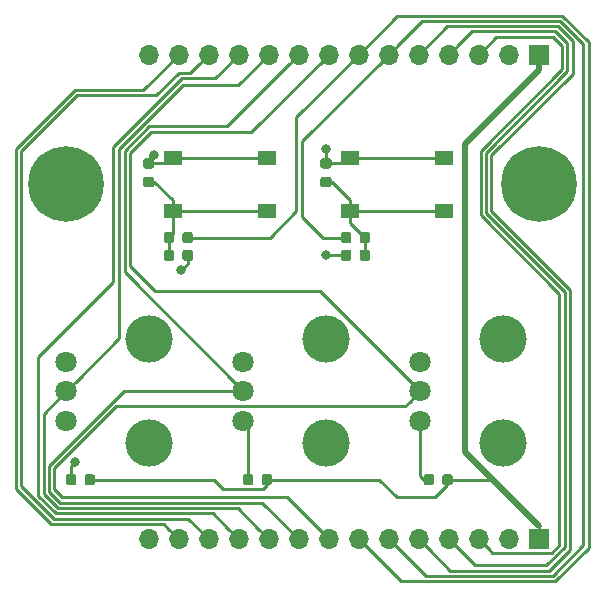
<source format=gbr>
G04 #@! TF.GenerationSoftware,KiCad,Pcbnew,5.1.5*
G04 #@! TF.CreationDate,2020-01-13T20:50:12-05:00*
G04 #@! TF.ProjectId,inputs_addon,696e7075-7473-45f6-9164-646f6e2e6b69,0*
G04 #@! TF.SameCoordinates,Original*
G04 #@! TF.FileFunction,Copper,L1,Top*
G04 #@! TF.FilePolarity,Positive*
%FSLAX46Y46*%
G04 Gerber Fmt 4.6, Leading zero omitted, Abs format (unit mm)*
G04 Created by KiCad (PCBNEW 5.1.5) date 2020-01-13 20:50:12*
%MOMM*%
%LPD*%
G04 APERTURE LIST*
%ADD10C,6.400000*%
%ADD11O,1.700000X1.700000*%
%ADD12R,1.700000X1.700000*%
%ADD13R,1.550000X1.300000*%
%ADD14C,4.000000*%
%ADD15C,1.800000*%
%ADD16C,0.100000*%
%ADD17C,0.800000*%
%ADD18C,0.250000*%
%ADD19C,0.500000*%
G04 APERTURE END LIST*
D10*
X195000000Y-115000000D03*
X155000000Y-115000000D03*
D11*
X161980000Y-104000000D03*
X164520000Y-104000000D03*
X167060000Y-104000000D03*
X169600000Y-104000000D03*
X172140000Y-104000000D03*
X174680000Y-104000000D03*
X177220000Y-104000000D03*
X179760000Y-104000000D03*
X182300000Y-104000000D03*
X184840000Y-104000000D03*
X187380000Y-104000000D03*
X189920000Y-104000000D03*
X192460000Y-104000000D03*
D12*
X195000000Y-104000000D03*
D11*
X161980000Y-145000000D03*
X164520000Y-145000000D03*
X167060000Y-145000000D03*
X169600000Y-145000000D03*
X172140000Y-145000000D03*
X174680000Y-145000000D03*
X177220000Y-145000000D03*
X179760000Y-145000000D03*
X182300000Y-145000000D03*
X184840000Y-145000000D03*
X187380000Y-145000000D03*
X189920000Y-145000000D03*
X192460000Y-145000000D03*
D12*
X195000000Y-145000000D03*
D13*
X186975000Y-117250000D03*
X179025000Y-117250000D03*
X186975000Y-112750000D03*
X179025000Y-112750000D03*
X171975000Y-117250000D03*
X164025000Y-117250000D03*
X171975000Y-112750000D03*
X164025000Y-112750000D03*
D14*
X192000000Y-136900000D03*
X192000000Y-128100000D03*
D15*
X185000000Y-135000000D03*
X185000000Y-132500000D03*
X185000000Y-130000000D03*
D14*
X177000000Y-136900000D03*
X177000000Y-128100000D03*
D15*
X170000000Y-135000000D03*
X170000000Y-132500000D03*
X170000000Y-130000000D03*
D14*
X162000000Y-136900000D03*
X162000000Y-128100000D03*
D15*
X155000000Y-135000000D03*
X155000000Y-132500000D03*
X155000000Y-130000000D03*
G04 #@! TA.AperFunction,SMDPad,CuDef*
D16*
G36*
X178952691Y-120526053D02*
G01*
X178973926Y-120529203D01*
X178994750Y-120534419D01*
X179014962Y-120541651D01*
X179034368Y-120550830D01*
X179052781Y-120561866D01*
X179070024Y-120574654D01*
X179085930Y-120589070D01*
X179100346Y-120604976D01*
X179113134Y-120622219D01*
X179124170Y-120640632D01*
X179133349Y-120660038D01*
X179140581Y-120680250D01*
X179145797Y-120701074D01*
X179148947Y-120722309D01*
X179150000Y-120743750D01*
X179150000Y-121256250D01*
X179148947Y-121277691D01*
X179145797Y-121298926D01*
X179140581Y-121319750D01*
X179133349Y-121339962D01*
X179124170Y-121359368D01*
X179113134Y-121377781D01*
X179100346Y-121395024D01*
X179085930Y-121410930D01*
X179070024Y-121425346D01*
X179052781Y-121438134D01*
X179034368Y-121449170D01*
X179014962Y-121458349D01*
X178994750Y-121465581D01*
X178973926Y-121470797D01*
X178952691Y-121473947D01*
X178931250Y-121475000D01*
X178493750Y-121475000D01*
X178472309Y-121473947D01*
X178451074Y-121470797D01*
X178430250Y-121465581D01*
X178410038Y-121458349D01*
X178390632Y-121449170D01*
X178372219Y-121438134D01*
X178354976Y-121425346D01*
X178339070Y-121410930D01*
X178324654Y-121395024D01*
X178311866Y-121377781D01*
X178300830Y-121359368D01*
X178291651Y-121339962D01*
X178284419Y-121319750D01*
X178279203Y-121298926D01*
X178276053Y-121277691D01*
X178275000Y-121256250D01*
X178275000Y-120743750D01*
X178276053Y-120722309D01*
X178279203Y-120701074D01*
X178284419Y-120680250D01*
X178291651Y-120660038D01*
X178300830Y-120640632D01*
X178311866Y-120622219D01*
X178324654Y-120604976D01*
X178339070Y-120589070D01*
X178354976Y-120574654D01*
X178372219Y-120561866D01*
X178390632Y-120550830D01*
X178410038Y-120541651D01*
X178430250Y-120534419D01*
X178451074Y-120529203D01*
X178472309Y-120526053D01*
X178493750Y-120525000D01*
X178931250Y-120525000D01*
X178952691Y-120526053D01*
G37*
G04 #@! TD.AperFunction*
G04 #@! TA.AperFunction,SMDPad,CuDef*
G36*
X180527691Y-120526053D02*
G01*
X180548926Y-120529203D01*
X180569750Y-120534419D01*
X180589962Y-120541651D01*
X180609368Y-120550830D01*
X180627781Y-120561866D01*
X180645024Y-120574654D01*
X180660930Y-120589070D01*
X180675346Y-120604976D01*
X180688134Y-120622219D01*
X180699170Y-120640632D01*
X180708349Y-120660038D01*
X180715581Y-120680250D01*
X180720797Y-120701074D01*
X180723947Y-120722309D01*
X180725000Y-120743750D01*
X180725000Y-121256250D01*
X180723947Y-121277691D01*
X180720797Y-121298926D01*
X180715581Y-121319750D01*
X180708349Y-121339962D01*
X180699170Y-121359368D01*
X180688134Y-121377781D01*
X180675346Y-121395024D01*
X180660930Y-121410930D01*
X180645024Y-121425346D01*
X180627781Y-121438134D01*
X180609368Y-121449170D01*
X180589962Y-121458349D01*
X180569750Y-121465581D01*
X180548926Y-121470797D01*
X180527691Y-121473947D01*
X180506250Y-121475000D01*
X180068750Y-121475000D01*
X180047309Y-121473947D01*
X180026074Y-121470797D01*
X180005250Y-121465581D01*
X179985038Y-121458349D01*
X179965632Y-121449170D01*
X179947219Y-121438134D01*
X179929976Y-121425346D01*
X179914070Y-121410930D01*
X179899654Y-121395024D01*
X179886866Y-121377781D01*
X179875830Y-121359368D01*
X179866651Y-121339962D01*
X179859419Y-121319750D01*
X179854203Y-121298926D01*
X179851053Y-121277691D01*
X179850000Y-121256250D01*
X179850000Y-120743750D01*
X179851053Y-120722309D01*
X179854203Y-120701074D01*
X179859419Y-120680250D01*
X179866651Y-120660038D01*
X179875830Y-120640632D01*
X179886866Y-120622219D01*
X179899654Y-120604976D01*
X179914070Y-120589070D01*
X179929976Y-120574654D01*
X179947219Y-120561866D01*
X179965632Y-120550830D01*
X179985038Y-120541651D01*
X180005250Y-120534419D01*
X180026074Y-120529203D01*
X180047309Y-120526053D01*
X180068750Y-120525000D01*
X180506250Y-120525000D01*
X180527691Y-120526053D01*
G37*
G04 #@! TD.AperFunction*
G04 #@! TA.AperFunction,SMDPad,CuDef*
G36*
X180527691Y-119026053D02*
G01*
X180548926Y-119029203D01*
X180569750Y-119034419D01*
X180589962Y-119041651D01*
X180609368Y-119050830D01*
X180627781Y-119061866D01*
X180645024Y-119074654D01*
X180660930Y-119089070D01*
X180675346Y-119104976D01*
X180688134Y-119122219D01*
X180699170Y-119140632D01*
X180708349Y-119160038D01*
X180715581Y-119180250D01*
X180720797Y-119201074D01*
X180723947Y-119222309D01*
X180725000Y-119243750D01*
X180725000Y-119756250D01*
X180723947Y-119777691D01*
X180720797Y-119798926D01*
X180715581Y-119819750D01*
X180708349Y-119839962D01*
X180699170Y-119859368D01*
X180688134Y-119877781D01*
X180675346Y-119895024D01*
X180660930Y-119910930D01*
X180645024Y-119925346D01*
X180627781Y-119938134D01*
X180609368Y-119949170D01*
X180589962Y-119958349D01*
X180569750Y-119965581D01*
X180548926Y-119970797D01*
X180527691Y-119973947D01*
X180506250Y-119975000D01*
X180068750Y-119975000D01*
X180047309Y-119973947D01*
X180026074Y-119970797D01*
X180005250Y-119965581D01*
X179985038Y-119958349D01*
X179965632Y-119949170D01*
X179947219Y-119938134D01*
X179929976Y-119925346D01*
X179914070Y-119910930D01*
X179899654Y-119895024D01*
X179886866Y-119877781D01*
X179875830Y-119859368D01*
X179866651Y-119839962D01*
X179859419Y-119819750D01*
X179854203Y-119798926D01*
X179851053Y-119777691D01*
X179850000Y-119756250D01*
X179850000Y-119243750D01*
X179851053Y-119222309D01*
X179854203Y-119201074D01*
X179859419Y-119180250D01*
X179866651Y-119160038D01*
X179875830Y-119140632D01*
X179886866Y-119122219D01*
X179899654Y-119104976D01*
X179914070Y-119089070D01*
X179929976Y-119074654D01*
X179947219Y-119061866D01*
X179965632Y-119050830D01*
X179985038Y-119041651D01*
X180005250Y-119034419D01*
X180026074Y-119029203D01*
X180047309Y-119026053D01*
X180068750Y-119025000D01*
X180506250Y-119025000D01*
X180527691Y-119026053D01*
G37*
G04 #@! TD.AperFunction*
G04 #@! TA.AperFunction,SMDPad,CuDef*
G36*
X178952691Y-119026053D02*
G01*
X178973926Y-119029203D01*
X178994750Y-119034419D01*
X179014962Y-119041651D01*
X179034368Y-119050830D01*
X179052781Y-119061866D01*
X179070024Y-119074654D01*
X179085930Y-119089070D01*
X179100346Y-119104976D01*
X179113134Y-119122219D01*
X179124170Y-119140632D01*
X179133349Y-119160038D01*
X179140581Y-119180250D01*
X179145797Y-119201074D01*
X179148947Y-119222309D01*
X179150000Y-119243750D01*
X179150000Y-119756250D01*
X179148947Y-119777691D01*
X179145797Y-119798926D01*
X179140581Y-119819750D01*
X179133349Y-119839962D01*
X179124170Y-119859368D01*
X179113134Y-119877781D01*
X179100346Y-119895024D01*
X179085930Y-119910930D01*
X179070024Y-119925346D01*
X179052781Y-119938134D01*
X179034368Y-119949170D01*
X179014962Y-119958349D01*
X178994750Y-119965581D01*
X178973926Y-119970797D01*
X178952691Y-119973947D01*
X178931250Y-119975000D01*
X178493750Y-119975000D01*
X178472309Y-119973947D01*
X178451074Y-119970797D01*
X178430250Y-119965581D01*
X178410038Y-119958349D01*
X178390632Y-119949170D01*
X178372219Y-119938134D01*
X178354976Y-119925346D01*
X178339070Y-119910930D01*
X178324654Y-119895024D01*
X178311866Y-119877781D01*
X178300830Y-119859368D01*
X178291651Y-119839962D01*
X178284419Y-119819750D01*
X178279203Y-119798926D01*
X178276053Y-119777691D01*
X178275000Y-119756250D01*
X178275000Y-119243750D01*
X178276053Y-119222309D01*
X178279203Y-119201074D01*
X178284419Y-119180250D01*
X178291651Y-119160038D01*
X178300830Y-119140632D01*
X178311866Y-119122219D01*
X178324654Y-119104976D01*
X178339070Y-119089070D01*
X178354976Y-119074654D01*
X178372219Y-119061866D01*
X178390632Y-119050830D01*
X178410038Y-119041651D01*
X178430250Y-119034419D01*
X178451074Y-119029203D01*
X178472309Y-119026053D01*
X178493750Y-119025000D01*
X178931250Y-119025000D01*
X178952691Y-119026053D01*
G37*
G04 #@! TD.AperFunction*
G04 #@! TA.AperFunction,SMDPad,CuDef*
G36*
X165527691Y-120526053D02*
G01*
X165548926Y-120529203D01*
X165569750Y-120534419D01*
X165589962Y-120541651D01*
X165609368Y-120550830D01*
X165627781Y-120561866D01*
X165645024Y-120574654D01*
X165660930Y-120589070D01*
X165675346Y-120604976D01*
X165688134Y-120622219D01*
X165699170Y-120640632D01*
X165708349Y-120660038D01*
X165715581Y-120680250D01*
X165720797Y-120701074D01*
X165723947Y-120722309D01*
X165725000Y-120743750D01*
X165725000Y-121256250D01*
X165723947Y-121277691D01*
X165720797Y-121298926D01*
X165715581Y-121319750D01*
X165708349Y-121339962D01*
X165699170Y-121359368D01*
X165688134Y-121377781D01*
X165675346Y-121395024D01*
X165660930Y-121410930D01*
X165645024Y-121425346D01*
X165627781Y-121438134D01*
X165609368Y-121449170D01*
X165589962Y-121458349D01*
X165569750Y-121465581D01*
X165548926Y-121470797D01*
X165527691Y-121473947D01*
X165506250Y-121475000D01*
X165068750Y-121475000D01*
X165047309Y-121473947D01*
X165026074Y-121470797D01*
X165005250Y-121465581D01*
X164985038Y-121458349D01*
X164965632Y-121449170D01*
X164947219Y-121438134D01*
X164929976Y-121425346D01*
X164914070Y-121410930D01*
X164899654Y-121395024D01*
X164886866Y-121377781D01*
X164875830Y-121359368D01*
X164866651Y-121339962D01*
X164859419Y-121319750D01*
X164854203Y-121298926D01*
X164851053Y-121277691D01*
X164850000Y-121256250D01*
X164850000Y-120743750D01*
X164851053Y-120722309D01*
X164854203Y-120701074D01*
X164859419Y-120680250D01*
X164866651Y-120660038D01*
X164875830Y-120640632D01*
X164886866Y-120622219D01*
X164899654Y-120604976D01*
X164914070Y-120589070D01*
X164929976Y-120574654D01*
X164947219Y-120561866D01*
X164965632Y-120550830D01*
X164985038Y-120541651D01*
X165005250Y-120534419D01*
X165026074Y-120529203D01*
X165047309Y-120526053D01*
X165068750Y-120525000D01*
X165506250Y-120525000D01*
X165527691Y-120526053D01*
G37*
G04 #@! TD.AperFunction*
G04 #@! TA.AperFunction,SMDPad,CuDef*
G36*
X163952691Y-120526053D02*
G01*
X163973926Y-120529203D01*
X163994750Y-120534419D01*
X164014962Y-120541651D01*
X164034368Y-120550830D01*
X164052781Y-120561866D01*
X164070024Y-120574654D01*
X164085930Y-120589070D01*
X164100346Y-120604976D01*
X164113134Y-120622219D01*
X164124170Y-120640632D01*
X164133349Y-120660038D01*
X164140581Y-120680250D01*
X164145797Y-120701074D01*
X164148947Y-120722309D01*
X164150000Y-120743750D01*
X164150000Y-121256250D01*
X164148947Y-121277691D01*
X164145797Y-121298926D01*
X164140581Y-121319750D01*
X164133349Y-121339962D01*
X164124170Y-121359368D01*
X164113134Y-121377781D01*
X164100346Y-121395024D01*
X164085930Y-121410930D01*
X164070024Y-121425346D01*
X164052781Y-121438134D01*
X164034368Y-121449170D01*
X164014962Y-121458349D01*
X163994750Y-121465581D01*
X163973926Y-121470797D01*
X163952691Y-121473947D01*
X163931250Y-121475000D01*
X163493750Y-121475000D01*
X163472309Y-121473947D01*
X163451074Y-121470797D01*
X163430250Y-121465581D01*
X163410038Y-121458349D01*
X163390632Y-121449170D01*
X163372219Y-121438134D01*
X163354976Y-121425346D01*
X163339070Y-121410930D01*
X163324654Y-121395024D01*
X163311866Y-121377781D01*
X163300830Y-121359368D01*
X163291651Y-121339962D01*
X163284419Y-121319750D01*
X163279203Y-121298926D01*
X163276053Y-121277691D01*
X163275000Y-121256250D01*
X163275000Y-120743750D01*
X163276053Y-120722309D01*
X163279203Y-120701074D01*
X163284419Y-120680250D01*
X163291651Y-120660038D01*
X163300830Y-120640632D01*
X163311866Y-120622219D01*
X163324654Y-120604976D01*
X163339070Y-120589070D01*
X163354976Y-120574654D01*
X163372219Y-120561866D01*
X163390632Y-120550830D01*
X163410038Y-120541651D01*
X163430250Y-120534419D01*
X163451074Y-120529203D01*
X163472309Y-120526053D01*
X163493750Y-120525000D01*
X163931250Y-120525000D01*
X163952691Y-120526053D01*
G37*
G04 #@! TD.AperFunction*
G04 #@! TA.AperFunction,SMDPad,CuDef*
G36*
X163952691Y-119026053D02*
G01*
X163973926Y-119029203D01*
X163994750Y-119034419D01*
X164014962Y-119041651D01*
X164034368Y-119050830D01*
X164052781Y-119061866D01*
X164070024Y-119074654D01*
X164085930Y-119089070D01*
X164100346Y-119104976D01*
X164113134Y-119122219D01*
X164124170Y-119140632D01*
X164133349Y-119160038D01*
X164140581Y-119180250D01*
X164145797Y-119201074D01*
X164148947Y-119222309D01*
X164150000Y-119243750D01*
X164150000Y-119756250D01*
X164148947Y-119777691D01*
X164145797Y-119798926D01*
X164140581Y-119819750D01*
X164133349Y-119839962D01*
X164124170Y-119859368D01*
X164113134Y-119877781D01*
X164100346Y-119895024D01*
X164085930Y-119910930D01*
X164070024Y-119925346D01*
X164052781Y-119938134D01*
X164034368Y-119949170D01*
X164014962Y-119958349D01*
X163994750Y-119965581D01*
X163973926Y-119970797D01*
X163952691Y-119973947D01*
X163931250Y-119975000D01*
X163493750Y-119975000D01*
X163472309Y-119973947D01*
X163451074Y-119970797D01*
X163430250Y-119965581D01*
X163410038Y-119958349D01*
X163390632Y-119949170D01*
X163372219Y-119938134D01*
X163354976Y-119925346D01*
X163339070Y-119910930D01*
X163324654Y-119895024D01*
X163311866Y-119877781D01*
X163300830Y-119859368D01*
X163291651Y-119839962D01*
X163284419Y-119819750D01*
X163279203Y-119798926D01*
X163276053Y-119777691D01*
X163275000Y-119756250D01*
X163275000Y-119243750D01*
X163276053Y-119222309D01*
X163279203Y-119201074D01*
X163284419Y-119180250D01*
X163291651Y-119160038D01*
X163300830Y-119140632D01*
X163311866Y-119122219D01*
X163324654Y-119104976D01*
X163339070Y-119089070D01*
X163354976Y-119074654D01*
X163372219Y-119061866D01*
X163390632Y-119050830D01*
X163410038Y-119041651D01*
X163430250Y-119034419D01*
X163451074Y-119029203D01*
X163472309Y-119026053D01*
X163493750Y-119025000D01*
X163931250Y-119025000D01*
X163952691Y-119026053D01*
G37*
G04 #@! TD.AperFunction*
G04 #@! TA.AperFunction,SMDPad,CuDef*
G36*
X165527691Y-119026053D02*
G01*
X165548926Y-119029203D01*
X165569750Y-119034419D01*
X165589962Y-119041651D01*
X165609368Y-119050830D01*
X165627781Y-119061866D01*
X165645024Y-119074654D01*
X165660930Y-119089070D01*
X165675346Y-119104976D01*
X165688134Y-119122219D01*
X165699170Y-119140632D01*
X165708349Y-119160038D01*
X165715581Y-119180250D01*
X165720797Y-119201074D01*
X165723947Y-119222309D01*
X165725000Y-119243750D01*
X165725000Y-119756250D01*
X165723947Y-119777691D01*
X165720797Y-119798926D01*
X165715581Y-119819750D01*
X165708349Y-119839962D01*
X165699170Y-119859368D01*
X165688134Y-119877781D01*
X165675346Y-119895024D01*
X165660930Y-119910930D01*
X165645024Y-119925346D01*
X165627781Y-119938134D01*
X165609368Y-119949170D01*
X165589962Y-119958349D01*
X165569750Y-119965581D01*
X165548926Y-119970797D01*
X165527691Y-119973947D01*
X165506250Y-119975000D01*
X165068750Y-119975000D01*
X165047309Y-119973947D01*
X165026074Y-119970797D01*
X165005250Y-119965581D01*
X164985038Y-119958349D01*
X164965632Y-119949170D01*
X164947219Y-119938134D01*
X164929976Y-119925346D01*
X164914070Y-119910930D01*
X164899654Y-119895024D01*
X164886866Y-119877781D01*
X164875830Y-119859368D01*
X164866651Y-119839962D01*
X164859419Y-119819750D01*
X164854203Y-119798926D01*
X164851053Y-119777691D01*
X164850000Y-119756250D01*
X164850000Y-119243750D01*
X164851053Y-119222309D01*
X164854203Y-119201074D01*
X164859419Y-119180250D01*
X164866651Y-119160038D01*
X164875830Y-119140632D01*
X164886866Y-119122219D01*
X164899654Y-119104976D01*
X164914070Y-119089070D01*
X164929976Y-119074654D01*
X164947219Y-119061866D01*
X164965632Y-119050830D01*
X164985038Y-119041651D01*
X165005250Y-119034419D01*
X165026074Y-119029203D01*
X165047309Y-119026053D01*
X165068750Y-119025000D01*
X165506250Y-119025000D01*
X165527691Y-119026053D01*
G37*
G04 #@! TD.AperFunction*
G04 #@! TA.AperFunction,SMDPad,CuDef*
G36*
X185952691Y-139526053D02*
G01*
X185973926Y-139529203D01*
X185994750Y-139534419D01*
X186014962Y-139541651D01*
X186034368Y-139550830D01*
X186052781Y-139561866D01*
X186070024Y-139574654D01*
X186085930Y-139589070D01*
X186100346Y-139604976D01*
X186113134Y-139622219D01*
X186124170Y-139640632D01*
X186133349Y-139660038D01*
X186140581Y-139680250D01*
X186145797Y-139701074D01*
X186148947Y-139722309D01*
X186150000Y-139743750D01*
X186150000Y-140256250D01*
X186148947Y-140277691D01*
X186145797Y-140298926D01*
X186140581Y-140319750D01*
X186133349Y-140339962D01*
X186124170Y-140359368D01*
X186113134Y-140377781D01*
X186100346Y-140395024D01*
X186085930Y-140410930D01*
X186070024Y-140425346D01*
X186052781Y-140438134D01*
X186034368Y-140449170D01*
X186014962Y-140458349D01*
X185994750Y-140465581D01*
X185973926Y-140470797D01*
X185952691Y-140473947D01*
X185931250Y-140475000D01*
X185493750Y-140475000D01*
X185472309Y-140473947D01*
X185451074Y-140470797D01*
X185430250Y-140465581D01*
X185410038Y-140458349D01*
X185390632Y-140449170D01*
X185372219Y-140438134D01*
X185354976Y-140425346D01*
X185339070Y-140410930D01*
X185324654Y-140395024D01*
X185311866Y-140377781D01*
X185300830Y-140359368D01*
X185291651Y-140339962D01*
X185284419Y-140319750D01*
X185279203Y-140298926D01*
X185276053Y-140277691D01*
X185275000Y-140256250D01*
X185275000Y-139743750D01*
X185276053Y-139722309D01*
X185279203Y-139701074D01*
X185284419Y-139680250D01*
X185291651Y-139660038D01*
X185300830Y-139640632D01*
X185311866Y-139622219D01*
X185324654Y-139604976D01*
X185339070Y-139589070D01*
X185354976Y-139574654D01*
X185372219Y-139561866D01*
X185390632Y-139550830D01*
X185410038Y-139541651D01*
X185430250Y-139534419D01*
X185451074Y-139529203D01*
X185472309Y-139526053D01*
X185493750Y-139525000D01*
X185931250Y-139525000D01*
X185952691Y-139526053D01*
G37*
G04 #@! TD.AperFunction*
G04 #@! TA.AperFunction,SMDPad,CuDef*
G36*
X187527691Y-139526053D02*
G01*
X187548926Y-139529203D01*
X187569750Y-139534419D01*
X187589962Y-139541651D01*
X187609368Y-139550830D01*
X187627781Y-139561866D01*
X187645024Y-139574654D01*
X187660930Y-139589070D01*
X187675346Y-139604976D01*
X187688134Y-139622219D01*
X187699170Y-139640632D01*
X187708349Y-139660038D01*
X187715581Y-139680250D01*
X187720797Y-139701074D01*
X187723947Y-139722309D01*
X187725000Y-139743750D01*
X187725000Y-140256250D01*
X187723947Y-140277691D01*
X187720797Y-140298926D01*
X187715581Y-140319750D01*
X187708349Y-140339962D01*
X187699170Y-140359368D01*
X187688134Y-140377781D01*
X187675346Y-140395024D01*
X187660930Y-140410930D01*
X187645024Y-140425346D01*
X187627781Y-140438134D01*
X187609368Y-140449170D01*
X187589962Y-140458349D01*
X187569750Y-140465581D01*
X187548926Y-140470797D01*
X187527691Y-140473947D01*
X187506250Y-140475000D01*
X187068750Y-140475000D01*
X187047309Y-140473947D01*
X187026074Y-140470797D01*
X187005250Y-140465581D01*
X186985038Y-140458349D01*
X186965632Y-140449170D01*
X186947219Y-140438134D01*
X186929976Y-140425346D01*
X186914070Y-140410930D01*
X186899654Y-140395024D01*
X186886866Y-140377781D01*
X186875830Y-140359368D01*
X186866651Y-140339962D01*
X186859419Y-140319750D01*
X186854203Y-140298926D01*
X186851053Y-140277691D01*
X186850000Y-140256250D01*
X186850000Y-139743750D01*
X186851053Y-139722309D01*
X186854203Y-139701074D01*
X186859419Y-139680250D01*
X186866651Y-139660038D01*
X186875830Y-139640632D01*
X186886866Y-139622219D01*
X186899654Y-139604976D01*
X186914070Y-139589070D01*
X186929976Y-139574654D01*
X186947219Y-139561866D01*
X186965632Y-139550830D01*
X186985038Y-139541651D01*
X187005250Y-139534419D01*
X187026074Y-139529203D01*
X187047309Y-139526053D01*
X187068750Y-139525000D01*
X187506250Y-139525000D01*
X187527691Y-139526053D01*
G37*
G04 #@! TD.AperFunction*
G04 #@! TA.AperFunction,SMDPad,CuDef*
G36*
X170665191Y-139526053D02*
G01*
X170686426Y-139529203D01*
X170707250Y-139534419D01*
X170727462Y-139541651D01*
X170746868Y-139550830D01*
X170765281Y-139561866D01*
X170782524Y-139574654D01*
X170798430Y-139589070D01*
X170812846Y-139604976D01*
X170825634Y-139622219D01*
X170836670Y-139640632D01*
X170845849Y-139660038D01*
X170853081Y-139680250D01*
X170858297Y-139701074D01*
X170861447Y-139722309D01*
X170862500Y-139743750D01*
X170862500Y-140256250D01*
X170861447Y-140277691D01*
X170858297Y-140298926D01*
X170853081Y-140319750D01*
X170845849Y-140339962D01*
X170836670Y-140359368D01*
X170825634Y-140377781D01*
X170812846Y-140395024D01*
X170798430Y-140410930D01*
X170782524Y-140425346D01*
X170765281Y-140438134D01*
X170746868Y-140449170D01*
X170727462Y-140458349D01*
X170707250Y-140465581D01*
X170686426Y-140470797D01*
X170665191Y-140473947D01*
X170643750Y-140475000D01*
X170206250Y-140475000D01*
X170184809Y-140473947D01*
X170163574Y-140470797D01*
X170142750Y-140465581D01*
X170122538Y-140458349D01*
X170103132Y-140449170D01*
X170084719Y-140438134D01*
X170067476Y-140425346D01*
X170051570Y-140410930D01*
X170037154Y-140395024D01*
X170024366Y-140377781D01*
X170013330Y-140359368D01*
X170004151Y-140339962D01*
X169996919Y-140319750D01*
X169991703Y-140298926D01*
X169988553Y-140277691D01*
X169987500Y-140256250D01*
X169987500Y-139743750D01*
X169988553Y-139722309D01*
X169991703Y-139701074D01*
X169996919Y-139680250D01*
X170004151Y-139660038D01*
X170013330Y-139640632D01*
X170024366Y-139622219D01*
X170037154Y-139604976D01*
X170051570Y-139589070D01*
X170067476Y-139574654D01*
X170084719Y-139561866D01*
X170103132Y-139550830D01*
X170122538Y-139541651D01*
X170142750Y-139534419D01*
X170163574Y-139529203D01*
X170184809Y-139526053D01*
X170206250Y-139525000D01*
X170643750Y-139525000D01*
X170665191Y-139526053D01*
G37*
G04 #@! TD.AperFunction*
G04 #@! TA.AperFunction,SMDPad,CuDef*
G36*
X172240191Y-139526053D02*
G01*
X172261426Y-139529203D01*
X172282250Y-139534419D01*
X172302462Y-139541651D01*
X172321868Y-139550830D01*
X172340281Y-139561866D01*
X172357524Y-139574654D01*
X172373430Y-139589070D01*
X172387846Y-139604976D01*
X172400634Y-139622219D01*
X172411670Y-139640632D01*
X172420849Y-139660038D01*
X172428081Y-139680250D01*
X172433297Y-139701074D01*
X172436447Y-139722309D01*
X172437500Y-139743750D01*
X172437500Y-140256250D01*
X172436447Y-140277691D01*
X172433297Y-140298926D01*
X172428081Y-140319750D01*
X172420849Y-140339962D01*
X172411670Y-140359368D01*
X172400634Y-140377781D01*
X172387846Y-140395024D01*
X172373430Y-140410930D01*
X172357524Y-140425346D01*
X172340281Y-140438134D01*
X172321868Y-140449170D01*
X172302462Y-140458349D01*
X172282250Y-140465581D01*
X172261426Y-140470797D01*
X172240191Y-140473947D01*
X172218750Y-140475000D01*
X171781250Y-140475000D01*
X171759809Y-140473947D01*
X171738574Y-140470797D01*
X171717750Y-140465581D01*
X171697538Y-140458349D01*
X171678132Y-140449170D01*
X171659719Y-140438134D01*
X171642476Y-140425346D01*
X171626570Y-140410930D01*
X171612154Y-140395024D01*
X171599366Y-140377781D01*
X171588330Y-140359368D01*
X171579151Y-140339962D01*
X171571919Y-140319750D01*
X171566703Y-140298926D01*
X171563553Y-140277691D01*
X171562500Y-140256250D01*
X171562500Y-139743750D01*
X171563553Y-139722309D01*
X171566703Y-139701074D01*
X171571919Y-139680250D01*
X171579151Y-139660038D01*
X171588330Y-139640632D01*
X171599366Y-139622219D01*
X171612154Y-139604976D01*
X171626570Y-139589070D01*
X171642476Y-139574654D01*
X171659719Y-139561866D01*
X171678132Y-139550830D01*
X171697538Y-139541651D01*
X171717750Y-139534419D01*
X171738574Y-139529203D01*
X171759809Y-139526053D01*
X171781250Y-139525000D01*
X172218750Y-139525000D01*
X172240191Y-139526053D01*
G37*
G04 #@! TD.AperFunction*
G04 #@! TA.AperFunction,SMDPad,CuDef*
G36*
X155665191Y-139526053D02*
G01*
X155686426Y-139529203D01*
X155707250Y-139534419D01*
X155727462Y-139541651D01*
X155746868Y-139550830D01*
X155765281Y-139561866D01*
X155782524Y-139574654D01*
X155798430Y-139589070D01*
X155812846Y-139604976D01*
X155825634Y-139622219D01*
X155836670Y-139640632D01*
X155845849Y-139660038D01*
X155853081Y-139680250D01*
X155858297Y-139701074D01*
X155861447Y-139722309D01*
X155862500Y-139743750D01*
X155862500Y-140256250D01*
X155861447Y-140277691D01*
X155858297Y-140298926D01*
X155853081Y-140319750D01*
X155845849Y-140339962D01*
X155836670Y-140359368D01*
X155825634Y-140377781D01*
X155812846Y-140395024D01*
X155798430Y-140410930D01*
X155782524Y-140425346D01*
X155765281Y-140438134D01*
X155746868Y-140449170D01*
X155727462Y-140458349D01*
X155707250Y-140465581D01*
X155686426Y-140470797D01*
X155665191Y-140473947D01*
X155643750Y-140475000D01*
X155206250Y-140475000D01*
X155184809Y-140473947D01*
X155163574Y-140470797D01*
X155142750Y-140465581D01*
X155122538Y-140458349D01*
X155103132Y-140449170D01*
X155084719Y-140438134D01*
X155067476Y-140425346D01*
X155051570Y-140410930D01*
X155037154Y-140395024D01*
X155024366Y-140377781D01*
X155013330Y-140359368D01*
X155004151Y-140339962D01*
X154996919Y-140319750D01*
X154991703Y-140298926D01*
X154988553Y-140277691D01*
X154987500Y-140256250D01*
X154987500Y-139743750D01*
X154988553Y-139722309D01*
X154991703Y-139701074D01*
X154996919Y-139680250D01*
X155004151Y-139660038D01*
X155013330Y-139640632D01*
X155024366Y-139622219D01*
X155037154Y-139604976D01*
X155051570Y-139589070D01*
X155067476Y-139574654D01*
X155084719Y-139561866D01*
X155103132Y-139550830D01*
X155122538Y-139541651D01*
X155142750Y-139534419D01*
X155163574Y-139529203D01*
X155184809Y-139526053D01*
X155206250Y-139525000D01*
X155643750Y-139525000D01*
X155665191Y-139526053D01*
G37*
G04 #@! TD.AperFunction*
G04 #@! TA.AperFunction,SMDPad,CuDef*
G36*
X157240191Y-139526053D02*
G01*
X157261426Y-139529203D01*
X157282250Y-139534419D01*
X157302462Y-139541651D01*
X157321868Y-139550830D01*
X157340281Y-139561866D01*
X157357524Y-139574654D01*
X157373430Y-139589070D01*
X157387846Y-139604976D01*
X157400634Y-139622219D01*
X157411670Y-139640632D01*
X157420849Y-139660038D01*
X157428081Y-139680250D01*
X157433297Y-139701074D01*
X157436447Y-139722309D01*
X157437500Y-139743750D01*
X157437500Y-140256250D01*
X157436447Y-140277691D01*
X157433297Y-140298926D01*
X157428081Y-140319750D01*
X157420849Y-140339962D01*
X157411670Y-140359368D01*
X157400634Y-140377781D01*
X157387846Y-140395024D01*
X157373430Y-140410930D01*
X157357524Y-140425346D01*
X157340281Y-140438134D01*
X157321868Y-140449170D01*
X157302462Y-140458349D01*
X157282250Y-140465581D01*
X157261426Y-140470797D01*
X157240191Y-140473947D01*
X157218750Y-140475000D01*
X156781250Y-140475000D01*
X156759809Y-140473947D01*
X156738574Y-140470797D01*
X156717750Y-140465581D01*
X156697538Y-140458349D01*
X156678132Y-140449170D01*
X156659719Y-140438134D01*
X156642476Y-140425346D01*
X156626570Y-140410930D01*
X156612154Y-140395024D01*
X156599366Y-140377781D01*
X156588330Y-140359368D01*
X156579151Y-140339962D01*
X156571919Y-140319750D01*
X156566703Y-140298926D01*
X156563553Y-140277691D01*
X156562500Y-140256250D01*
X156562500Y-139743750D01*
X156563553Y-139722309D01*
X156566703Y-139701074D01*
X156571919Y-139680250D01*
X156579151Y-139660038D01*
X156588330Y-139640632D01*
X156599366Y-139622219D01*
X156612154Y-139604976D01*
X156626570Y-139589070D01*
X156642476Y-139574654D01*
X156659719Y-139561866D01*
X156678132Y-139550830D01*
X156697538Y-139541651D01*
X156717750Y-139534419D01*
X156738574Y-139529203D01*
X156759809Y-139526053D01*
X156781250Y-139525000D01*
X157218750Y-139525000D01*
X157240191Y-139526053D01*
G37*
G04 #@! TD.AperFunction*
G04 #@! TA.AperFunction,SMDPad,CuDef*
G36*
X177277691Y-112776053D02*
G01*
X177298926Y-112779203D01*
X177319750Y-112784419D01*
X177339962Y-112791651D01*
X177359368Y-112800830D01*
X177377781Y-112811866D01*
X177395024Y-112824654D01*
X177410930Y-112839070D01*
X177425346Y-112854976D01*
X177438134Y-112872219D01*
X177449170Y-112890632D01*
X177458349Y-112910038D01*
X177465581Y-112930250D01*
X177470797Y-112951074D01*
X177473947Y-112972309D01*
X177475000Y-112993750D01*
X177475000Y-113431250D01*
X177473947Y-113452691D01*
X177470797Y-113473926D01*
X177465581Y-113494750D01*
X177458349Y-113514962D01*
X177449170Y-113534368D01*
X177438134Y-113552781D01*
X177425346Y-113570024D01*
X177410930Y-113585930D01*
X177395024Y-113600346D01*
X177377781Y-113613134D01*
X177359368Y-113624170D01*
X177339962Y-113633349D01*
X177319750Y-113640581D01*
X177298926Y-113645797D01*
X177277691Y-113648947D01*
X177256250Y-113650000D01*
X176743750Y-113650000D01*
X176722309Y-113648947D01*
X176701074Y-113645797D01*
X176680250Y-113640581D01*
X176660038Y-113633349D01*
X176640632Y-113624170D01*
X176622219Y-113613134D01*
X176604976Y-113600346D01*
X176589070Y-113585930D01*
X176574654Y-113570024D01*
X176561866Y-113552781D01*
X176550830Y-113534368D01*
X176541651Y-113514962D01*
X176534419Y-113494750D01*
X176529203Y-113473926D01*
X176526053Y-113452691D01*
X176525000Y-113431250D01*
X176525000Y-112993750D01*
X176526053Y-112972309D01*
X176529203Y-112951074D01*
X176534419Y-112930250D01*
X176541651Y-112910038D01*
X176550830Y-112890632D01*
X176561866Y-112872219D01*
X176574654Y-112854976D01*
X176589070Y-112839070D01*
X176604976Y-112824654D01*
X176622219Y-112811866D01*
X176640632Y-112800830D01*
X176660038Y-112791651D01*
X176680250Y-112784419D01*
X176701074Y-112779203D01*
X176722309Y-112776053D01*
X176743750Y-112775000D01*
X177256250Y-112775000D01*
X177277691Y-112776053D01*
G37*
G04 #@! TD.AperFunction*
G04 #@! TA.AperFunction,SMDPad,CuDef*
G36*
X177277691Y-114351053D02*
G01*
X177298926Y-114354203D01*
X177319750Y-114359419D01*
X177339962Y-114366651D01*
X177359368Y-114375830D01*
X177377781Y-114386866D01*
X177395024Y-114399654D01*
X177410930Y-114414070D01*
X177425346Y-114429976D01*
X177438134Y-114447219D01*
X177449170Y-114465632D01*
X177458349Y-114485038D01*
X177465581Y-114505250D01*
X177470797Y-114526074D01*
X177473947Y-114547309D01*
X177475000Y-114568750D01*
X177475000Y-115006250D01*
X177473947Y-115027691D01*
X177470797Y-115048926D01*
X177465581Y-115069750D01*
X177458349Y-115089962D01*
X177449170Y-115109368D01*
X177438134Y-115127781D01*
X177425346Y-115145024D01*
X177410930Y-115160930D01*
X177395024Y-115175346D01*
X177377781Y-115188134D01*
X177359368Y-115199170D01*
X177339962Y-115208349D01*
X177319750Y-115215581D01*
X177298926Y-115220797D01*
X177277691Y-115223947D01*
X177256250Y-115225000D01*
X176743750Y-115225000D01*
X176722309Y-115223947D01*
X176701074Y-115220797D01*
X176680250Y-115215581D01*
X176660038Y-115208349D01*
X176640632Y-115199170D01*
X176622219Y-115188134D01*
X176604976Y-115175346D01*
X176589070Y-115160930D01*
X176574654Y-115145024D01*
X176561866Y-115127781D01*
X176550830Y-115109368D01*
X176541651Y-115089962D01*
X176534419Y-115069750D01*
X176529203Y-115048926D01*
X176526053Y-115027691D01*
X176525000Y-115006250D01*
X176525000Y-114568750D01*
X176526053Y-114547309D01*
X176529203Y-114526074D01*
X176534419Y-114505250D01*
X176541651Y-114485038D01*
X176550830Y-114465632D01*
X176561866Y-114447219D01*
X176574654Y-114429976D01*
X176589070Y-114414070D01*
X176604976Y-114399654D01*
X176622219Y-114386866D01*
X176640632Y-114375830D01*
X176660038Y-114366651D01*
X176680250Y-114359419D01*
X176701074Y-114354203D01*
X176722309Y-114351053D01*
X176743750Y-114350000D01*
X177256250Y-114350000D01*
X177277691Y-114351053D01*
G37*
G04 #@! TD.AperFunction*
G04 #@! TA.AperFunction,SMDPad,CuDef*
G36*
X162277691Y-112776053D02*
G01*
X162298926Y-112779203D01*
X162319750Y-112784419D01*
X162339962Y-112791651D01*
X162359368Y-112800830D01*
X162377781Y-112811866D01*
X162395024Y-112824654D01*
X162410930Y-112839070D01*
X162425346Y-112854976D01*
X162438134Y-112872219D01*
X162449170Y-112890632D01*
X162458349Y-112910038D01*
X162465581Y-112930250D01*
X162470797Y-112951074D01*
X162473947Y-112972309D01*
X162475000Y-112993750D01*
X162475000Y-113431250D01*
X162473947Y-113452691D01*
X162470797Y-113473926D01*
X162465581Y-113494750D01*
X162458349Y-113514962D01*
X162449170Y-113534368D01*
X162438134Y-113552781D01*
X162425346Y-113570024D01*
X162410930Y-113585930D01*
X162395024Y-113600346D01*
X162377781Y-113613134D01*
X162359368Y-113624170D01*
X162339962Y-113633349D01*
X162319750Y-113640581D01*
X162298926Y-113645797D01*
X162277691Y-113648947D01*
X162256250Y-113650000D01*
X161743750Y-113650000D01*
X161722309Y-113648947D01*
X161701074Y-113645797D01*
X161680250Y-113640581D01*
X161660038Y-113633349D01*
X161640632Y-113624170D01*
X161622219Y-113613134D01*
X161604976Y-113600346D01*
X161589070Y-113585930D01*
X161574654Y-113570024D01*
X161561866Y-113552781D01*
X161550830Y-113534368D01*
X161541651Y-113514962D01*
X161534419Y-113494750D01*
X161529203Y-113473926D01*
X161526053Y-113452691D01*
X161525000Y-113431250D01*
X161525000Y-112993750D01*
X161526053Y-112972309D01*
X161529203Y-112951074D01*
X161534419Y-112930250D01*
X161541651Y-112910038D01*
X161550830Y-112890632D01*
X161561866Y-112872219D01*
X161574654Y-112854976D01*
X161589070Y-112839070D01*
X161604976Y-112824654D01*
X161622219Y-112811866D01*
X161640632Y-112800830D01*
X161660038Y-112791651D01*
X161680250Y-112784419D01*
X161701074Y-112779203D01*
X161722309Y-112776053D01*
X161743750Y-112775000D01*
X162256250Y-112775000D01*
X162277691Y-112776053D01*
G37*
G04 #@! TD.AperFunction*
G04 #@! TA.AperFunction,SMDPad,CuDef*
G36*
X162277691Y-114351053D02*
G01*
X162298926Y-114354203D01*
X162319750Y-114359419D01*
X162339962Y-114366651D01*
X162359368Y-114375830D01*
X162377781Y-114386866D01*
X162395024Y-114399654D01*
X162410930Y-114414070D01*
X162425346Y-114429976D01*
X162438134Y-114447219D01*
X162449170Y-114465632D01*
X162458349Y-114485038D01*
X162465581Y-114505250D01*
X162470797Y-114526074D01*
X162473947Y-114547309D01*
X162475000Y-114568750D01*
X162475000Y-115006250D01*
X162473947Y-115027691D01*
X162470797Y-115048926D01*
X162465581Y-115069750D01*
X162458349Y-115089962D01*
X162449170Y-115109368D01*
X162438134Y-115127781D01*
X162425346Y-115145024D01*
X162410930Y-115160930D01*
X162395024Y-115175346D01*
X162377781Y-115188134D01*
X162359368Y-115199170D01*
X162339962Y-115208349D01*
X162319750Y-115215581D01*
X162298926Y-115220797D01*
X162277691Y-115223947D01*
X162256250Y-115225000D01*
X161743750Y-115225000D01*
X161722309Y-115223947D01*
X161701074Y-115220797D01*
X161680250Y-115215581D01*
X161660038Y-115208349D01*
X161640632Y-115199170D01*
X161622219Y-115188134D01*
X161604976Y-115175346D01*
X161589070Y-115160930D01*
X161574654Y-115145024D01*
X161561866Y-115127781D01*
X161550830Y-115109368D01*
X161541651Y-115089962D01*
X161534419Y-115069750D01*
X161529203Y-115048926D01*
X161526053Y-115027691D01*
X161525000Y-115006250D01*
X161525000Y-114568750D01*
X161526053Y-114547309D01*
X161529203Y-114526074D01*
X161534419Y-114505250D01*
X161541651Y-114485038D01*
X161550830Y-114465632D01*
X161561866Y-114447219D01*
X161574654Y-114429976D01*
X161589070Y-114414070D01*
X161604976Y-114399654D01*
X161622219Y-114386866D01*
X161640632Y-114375830D01*
X161660038Y-114366651D01*
X161680250Y-114359419D01*
X161701074Y-114354203D01*
X161722309Y-114351053D01*
X161743750Y-114350000D01*
X162256250Y-114350000D01*
X162277691Y-114351053D01*
G37*
G04 #@! TD.AperFunction*
D17*
X164750000Y-122250000D03*
X162464163Y-112508008D03*
X177000000Y-121000000D03*
X177000000Y-112000000D03*
X155774990Y-138500000D03*
D18*
X179025000Y-112750000D02*
X186975000Y-112750000D01*
X163562500Y-113212500D02*
X164025000Y-112750000D01*
X162000000Y-113212500D02*
X163562500Y-113212500D01*
X164025000Y-112750000D02*
X171975000Y-112750000D01*
X165287500Y-121000000D02*
X165287500Y-121712500D01*
X165287500Y-121712500D02*
X164750000Y-122250000D01*
X162000000Y-113212500D02*
X162000000Y-112775000D01*
X162000000Y-112775000D02*
X162266992Y-112508008D01*
X162266992Y-112508008D02*
X162464163Y-112508008D01*
X178712500Y-121000000D02*
X177000000Y-121000000D01*
X178562500Y-113212500D02*
X179025000Y-112750000D01*
X177000000Y-113212500D02*
X178562500Y-113212500D01*
X177000000Y-113212500D02*
X177000000Y-112000000D01*
X171975000Y-117250000D02*
X164025000Y-117250000D01*
X164025000Y-116350000D02*
X164025000Y-117250000D01*
X164025000Y-116337500D02*
X164025000Y-116350000D01*
X162475000Y-114787500D02*
X164025000Y-116337500D01*
X162000000Y-114787500D02*
X162475000Y-114787500D01*
X164025000Y-119187500D02*
X163712500Y-119500000D01*
X164025000Y-117250000D02*
X164025000Y-119187500D01*
X163712500Y-119500000D02*
X163712500Y-121000000D01*
X179025000Y-117250000D02*
X186975000Y-117250000D01*
X179025000Y-118237500D02*
X180287500Y-119500000D01*
X179025000Y-117250000D02*
X179025000Y-118237500D01*
X179025000Y-116350000D02*
X179025000Y-117250000D01*
X179025000Y-116337500D02*
X179025000Y-116350000D01*
X177475000Y-114787500D02*
X179025000Y-116337500D01*
X177000000Y-114787500D02*
X177475000Y-114787500D01*
X180287500Y-119500000D02*
X180287500Y-121000000D01*
X163670001Y-144150001D02*
X164520000Y-145000000D01*
X163270053Y-143750053D02*
X163670001Y-144150001D01*
X153750048Y-143750053D02*
X163270053Y-143750053D01*
X150750000Y-140750005D02*
X153750048Y-143750053D01*
X155727178Y-107000000D02*
X150750000Y-111977178D01*
X161520000Y-107000000D02*
X155727178Y-107000000D01*
X150750000Y-111977178D02*
X150750000Y-140750005D01*
X164520000Y-104000000D02*
X161520000Y-107000000D01*
X165510011Y-105549989D02*
X166210001Y-104849999D01*
X164528216Y-105549989D02*
X165510011Y-105549989D01*
X162628194Y-107450011D02*
X164528216Y-105549989D01*
X155913578Y-107450011D02*
X162628194Y-107450011D01*
X165360042Y-143300042D02*
X153936448Y-143300042D01*
X167060000Y-145000000D02*
X165360042Y-143300042D01*
X153936448Y-143300042D02*
X151200011Y-140563605D01*
X166210001Y-104849999D02*
X167060000Y-104000000D01*
X151200011Y-112163578D02*
X155913578Y-107450011D01*
X151200011Y-140563605D02*
X151200011Y-112163578D01*
X159000000Y-111840767D02*
X159000000Y-123250000D01*
X167450031Y-142850031D02*
X168750001Y-144150001D01*
X159000000Y-123250000D02*
X152649967Y-129600033D01*
X168750001Y-144150001D02*
X169600000Y-145000000D01*
X154122848Y-142850031D02*
X167450031Y-142850031D01*
X169600000Y-104000000D02*
X167600000Y-106000000D01*
X164840767Y-106000000D02*
X159000000Y-111840767D01*
X152649967Y-129600033D02*
X152649967Y-141377150D01*
X152649967Y-141377150D02*
X154122848Y-142850031D01*
X167600000Y-106000000D02*
X164840767Y-106000000D01*
X153099978Y-141190750D02*
X154309248Y-142400020D01*
X153099978Y-134400022D02*
X153099978Y-141190750D01*
X169540020Y-142400020D02*
X171290001Y-144150001D01*
X154309248Y-142400020D02*
X169540020Y-142400020D01*
X155000000Y-132500000D02*
X153099978Y-134400022D01*
X171290001Y-144150001D02*
X172140000Y-145000000D01*
X159500000Y-111977178D02*
X159500000Y-128000000D01*
X159500000Y-128000000D02*
X155899999Y-131600001D01*
X155899999Y-131600001D02*
X155000000Y-132500000D01*
X164877200Y-106599978D02*
X159500000Y-111977178D01*
X172140000Y-104000000D02*
X169540022Y-106599978D01*
X169540022Y-106599978D02*
X164877200Y-106599978D01*
X168727208Y-132500000D02*
X170000000Y-132500000D01*
X153549989Y-141004350D02*
X153549989Y-138813600D01*
X171630009Y-141950009D02*
X154495648Y-141950009D01*
X174680000Y-145000000D02*
X171630009Y-141950009D01*
X154495648Y-141950009D02*
X153549989Y-141004350D01*
X159863589Y-132500000D02*
X168727208Y-132500000D01*
X153549989Y-138813600D02*
X159863589Y-132500000D01*
X173830001Y-104849999D02*
X174680000Y-104000000D01*
X170000000Y-132500000D02*
X159950011Y-122450011D01*
X159950011Y-122450011D02*
X159950011Y-112163578D01*
X168593633Y-110086367D02*
X173830001Y-104849999D01*
X162027222Y-110086367D02*
X168593633Y-110086367D01*
X159950011Y-112163578D02*
X162027222Y-110086367D01*
X184100001Y-133399999D02*
X185000000Y-132500000D01*
X183725001Y-133774999D02*
X184100001Y-133399999D01*
X159225001Y-133774999D02*
X183725001Y-133774999D01*
X154682048Y-141499998D02*
X154000000Y-140817950D01*
X173719998Y-141499998D02*
X154682048Y-141499998D01*
X177220000Y-145000000D02*
X173719998Y-141499998D01*
X154000000Y-140817950D02*
X154000000Y-139000000D01*
X154000000Y-139000000D02*
X159225001Y-133774999D01*
X160400022Y-121900022D02*
X162500000Y-124000000D01*
X160400022Y-112349978D02*
X160400022Y-121900022D01*
X162213622Y-110536378D02*
X160400022Y-112349978D01*
X170683622Y-110536378D02*
X162213622Y-110536378D01*
X176500000Y-124000000D02*
X184100001Y-131600001D01*
X162500000Y-124000000D02*
X176500000Y-124000000D01*
X177220000Y-104000000D02*
X170683622Y-110536378D01*
X184100001Y-131600001D02*
X185000000Y-132500000D01*
X174500000Y-109260000D02*
X179760000Y-104000000D01*
X174500000Y-117250000D02*
X174500000Y-109260000D01*
X165287500Y-119500000D02*
X172250000Y-119500000D01*
X172250000Y-119500000D02*
X174500000Y-117250000D01*
X196399968Y-148600033D02*
X183360033Y-148600033D01*
X199250000Y-102954356D02*
X199250000Y-145750001D01*
X183360033Y-148600033D02*
X180609999Y-145849999D01*
X199250000Y-145750001D02*
X196399968Y-148600033D01*
X180609999Y-145849999D02*
X179760000Y-145000000D01*
X179760000Y-104000000D02*
X183060044Y-100699956D01*
X196995600Y-100699956D02*
X199250000Y-102954356D01*
X183060044Y-100699956D02*
X196995600Y-100699956D01*
X176750000Y-119500000D02*
X178712500Y-119500000D01*
X175000000Y-117750000D02*
X176750000Y-119500000D01*
X182300000Y-104000000D02*
X175000000Y-111300000D01*
X175000000Y-111300000D02*
X175000000Y-117750000D01*
X198799989Y-103140756D02*
X196809200Y-101149967D01*
X196213568Y-148150022D02*
X198799989Y-145563601D01*
X185150033Y-101149967D02*
X183149999Y-103150001D01*
X185450022Y-148150022D02*
X196213568Y-148150022D01*
X198799989Y-145563601D02*
X198799989Y-103140756D01*
X183149999Y-103150001D02*
X182300000Y-104000000D01*
X196809200Y-101149967D02*
X185150033Y-101149967D01*
X182300000Y-145000000D02*
X185450022Y-148150022D01*
X185689999Y-145849999D02*
X184840000Y-145000000D01*
X195857813Y-147700011D02*
X187540011Y-147700011D01*
X191000000Y-112522820D02*
X191000000Y-117250000D01*
X197650022Y-145907802D02*
X195857813Y-147700011D01*
X197650022Y-123900022D02*
X197650022Y-145907802D01*
X191000000Y-117250000D02*
X197650022Y-123900022D01*
X187540011Y-147700011D02*
X185689999Y-145849999D01*
X187240022Y-101599978D02*
X196622800Y-101599978D01*
X196622800Y-101599978D02*
X197900022Y-102877200D01*
X184840000Y-104000000D02*
X187240022Y-101599978D01*
X197900022Y-105622800D02*
X191000000Y-112522820D01*
X197900022Y-102877200D02*
X197900022Y-105622800D01*
X196436400Y-102049989D02*
X189330011Y-102049989D01*
X189630000Y-147250000D02*
X195671413Y-147250000D01*
X197200011Y-145721402D02*
X197200011Y-124086422D01*
X197450011Y-103063600D02*
X196436400Y-102049989D01*
X190549989Y-117436400D02*
X190549989Y-112336421D01*
X188229999Y-103150001D02*
X187380000Y-104000000D01*
X187380000Y-145000000D02*
X189630000Y-147250000D01*
X190549989Y-112336421D02*
X197450011Y-105436400D01*
X189330011Y-102049989D02*
X188229999Y-103150001D01*
X197200011Y-124086422D02*
X190549989Y-117436400D01*
X197450011Y-105436400D02*
X197450011Y-103063600D01*
X195671413Y-147250000D02*
X197200011Y-145721402D01*
X190769999Y-145849999D02*
X189920000Y-145000000D01*
X191095001Y-146175001D02*
X190769999Y-145849999D01*
X196110001Y-146175001D02*
X191095001Y-146175001D01*
X190099978Y-117622800D02*
X196750000Y-124272822D01*
X196250000Y-102500000D02*
X197000000Y-103250000D01*
X189920000Y-104000000D02*
X191420000Y-102500000D01*
X196750000Y-124272822D02*
X196750000Y-145535002D01*
X191420000Y-102500000D02*
X196250000Y-102500000D01*
X190099978Y-112150022D02*
X190099978Y-117622800D01*
X197000000Y-105250000D02*
X190099978Y-112150022D01*
X197000000Y-103250000D02*
X197000000Y-105250000D01*
X196750000Y-145535002D02*
X196110001Y-146175001D01*
X157000000Y-140000000D02*
X167500000Y-140000000D01*
X172000000Y-140475000D02*
X172000000Y-140000000D01*
X171674990Y-140800010D02*
X172000000Y-140475000D01*
X168300010Y-140800010D02*
X171674990Y-140800010D01*
X167500000Y-140000000D02*
X168300010Y-140800010D01*
X172000000Y-140000000D02*
X181500000Y-140000000D01*
X181500000Y-140000000D02*
X183000000Y-141500000D01*
X187287500Y-140475000D02*
X187287500Y-140000000D01*
X186262500Y-141500000D02*
X187287500Y-140475000D01*
X183000000Y-141500000D02*
X186262500Y-141500000D01*
X195000000Y-143900000D02*
X195000000Y-145000000D01*
X191100000Y-140000000D02*
X195000000Y-143900000D01*
X187287500Y-140000000D02*
X191100000Y-140000000D01*
D19*
X195000000Y-105350000D02*
X195000000Y-104000000D01*
X188750000Y-111600000D02*
X195000000Y-105350000D01*
X195000000Y-143900000D02*
X188750000Y-137650000D01*
X188750000Y-137650000D02*
X188750000Y-111600000D01*
D18*
X155425000Y-140000000D02*
X155425000Y-138849990D01*
X155425000Y-138849990D02*
X155774990Y-138500000D01*
X170425000Y-135425000D02*
X170000000Y-135000000D01*
X170425000Y-140000000D02*
X170425000Y-135425000D01*
X185275000Y-140000000D02*
X185712500Y-140000000D01*
X185000000Y-139725000D02*
X185275000Y-140000000D01*
X185000000Y-135000000D02*
X185000000Y-139725000D01*
M02*

</source>
